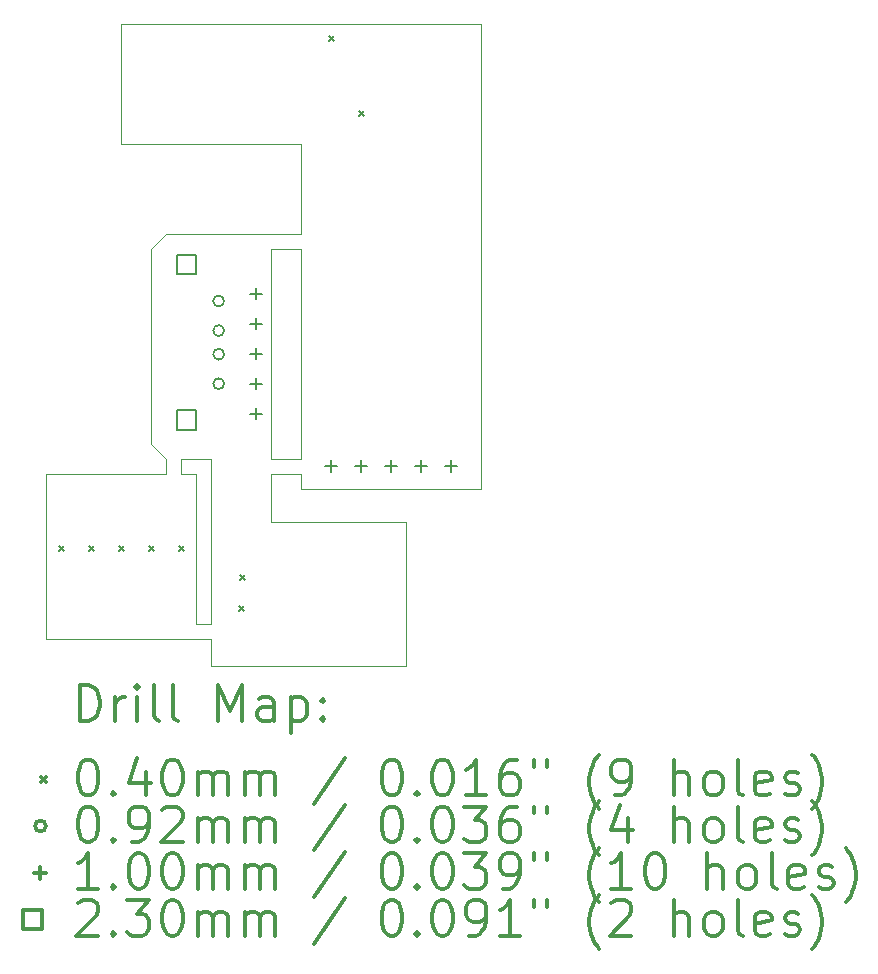
<source format=gbr>
%FSLAX45Y45*%
G04 Gerber Fmt 4.5, Leading zero omitted, Abs format (unit mm)*
G04 Created by KiCad (PCBNEW 5.1.4) date 2019-09-30 21:36:55*
%MOMM*%
%LPD*%
G04 APERTURE LIST*
%ADD10C,0.050000*%
%ADD11C,0.200000*%
%ADD12C,0.300000*%
G04 APERTURE END LIST*
D10*
X14732000Y-8382000D02*
X14732000Y-8509000D01*
X14732000Y-6477000D02*
X14732000Y-8255000D01*
X13970000Y-8255000D02*
X13716000Y-8255000D01*
X13970000Y-9652000D02*
X13970000Y-8255000D01*
X13843000Y-9652000D02*
X13970000Y-9652000D01*
X13843000Y-8382000D02*
X13843000Y-9652000D01*
X13716000Y-8382000D02*
X13843000Y-8382000D01*
X13716000Y-8255000D02*
X13716000Y-8382000D01*
X14478000Y-6477000D02*
X14732000Y-6477000D01*
X14478000Y-8255000D02*
X14478000Y-6477000D01*
X14478000Y-8255000D02*
X14732000Y-8255000D01*
X14478000Y-8382000D02*
X14732000Y-8382000D01*
X14478000Y-8788400D02*
X14478000Y-8382000D01*
X15621000Y-8788400D02*
X14478000Y-8788400D01*
X15621000Y-10007600D02*
X15621000Y-8788400D01*
X13970000Y-10007600D02*
X15621000Y-10007600D01*
X13970000Y-9779000D02*
X13970000Y-10007600D01*
X13843000Y-9779000D02*
X13970000Y-9779000D01*
X12573000Y-9779000D02*
X13843000Y-9779000D01*
X12573000Y-8382000D02*
X12573000Y-9779000D01*
X13589000Y-8382000D02*
X12573000Y-8382000D01*
X13589000Y-8255000D02*
X13589000Y-8382000D01*
X13462000Y-8128000D02*
X13589000Y-8255000D01*
X13462000Y-8001000D02*
X13462000Y-8128000D01*
X13462000Y-6477000D02*
X13462000Y-8001000D01*
X13589000Y-6350000D02*
X13462000Y-6477000D01*
X14732000Y-6350000D02*
X13589000Y-6350000D01*
X14732000Y-6350000D02*
X14732000Y-5588000D01*
X14732000Y-5588000D02*
X13208000Y-5588000D01*
X16256000Y-8509000D02*
X14732000Y-8509000D01*
X16256000Y-4572000D02*
X16256000Y-8509000D01*
X13208000Y-4572000D02*
X16256000Y-4572000D01*
X13208000Y-5588000D02*
X13208000Y-4572000D01*
D11*
X12680000Y-8997000D02*
X12720000Y-9037000D01*
X12720000Y-8997000D02*
X12680000Y-9037000D01*
X12934000Y-8997000D02*
X12974000Y-9037000D01*
X12974000Y-8997000D02*
X12934000Y-9037000D01*
X13188000Y-8997000D02*
X13228000Y-9037000D01*
X13228000Y-8997000D02*
X13188000Y-9037000D01*
X13442000Y-8997000D02*
X13482000Y-9037000D01*
X13482000Y-8997000D02*
X13442000Y-9037000D01*
X13696000Y-8997000D02*
X13736000Y-9037000D01*
X13736000Y-8997000D02*
X13696000Y-9037000D01*
X14204000Y-9505000D02*
X14244000Y-9545000D01*
X14244000Y-9505000D02*
X14204000Y-9545000D01*
X14213500Y-9241500D02*
X14253500Y-9281500D01*
X14253500Y-9241500D02*
X14213500Y-9281500D01*
X14966000Y-4679000D02*
X15006000Y-4719000D01*
X15006000Y-4679000D02*
X14966000Y-4719000D01*
X15220000Y-5314000D02*
X15260000Y-5354000D01*
X15260000Y-5314000D02*
X15220000Y-5354000D01*
X14079500Y-6921500D02*
G75*
G03X14079500Y-6921500I-46000J0D01*
G01*
X14079500Y-7171500D02*
G75*
G03X14079500Y-7171500I-46000J0D01*
G01*
X14079500Y-7371500D02*
G75*
G03X14079500Y-7371500I-46000J0D01*
G01*
X14079500Y-7621500D02*
G75*
G03X14079500Y-7621500I-46000J0D01*
G01*
X14351000Y-6808000D02*
X14351000Y-6908000D01*
X14301000Y-6858000D02*
X14401000Y-6858000D01*
X14351000Y-7062000D02*
X14351000Y-7162000D01*
X14301000Y-7112000D02*
X14401000Y-7112000D01*
X14351000Y-7316000D02*
X14351000Y-7416000D01*
X14301000Y-7366000D02*
X14401000Y-7366000D01*
X14351000Y-7570000D02*
X14351000Y-7670000D01*
X14301000Y-7620000D02*
X14401000Y-7620000D01*
X14351000Y-7824000D02*
X14351000Y-7924000D01*
X14301000Y-7874000D02*
X14401000Y-7874000D01*
X14986000Y-8268500D02*
X14986000Y-8368500D01*
X14936000Y-8318500D02*
X15036000Y-8318500D01*
X15240000Y-8268500D02*
X15240000Y-8368500D01*
X15190000Y-8318500D02*
X15290000Y-8318500D01*
X15494000Y-8268500D02*
X15494000Y-8368500D01*
X15444000Y-8318500D02*
X15544000Y-8318500D01*
X15748000Y-8268500D02*
X15748000Y-8368500D01*
X15698000Y-8318500D02*
X15798000Y-8318500D01*
X16002000Y-8268500D02*
X16002000Y-8368500D01*
X15952000Y-8318500D02*
X16052000Y-8318500D01*
X13843818Y-6695818D02*
X13843818Y-6533182D01*
X13681182Y-6533182D01*
X13681182Y-6695818D01*
X13843818Y-6695818D01*
X13843818Y-8009818D02*
X13843818Y-7847182D01*
X13681182Y-7847182D01*
X13681182Y-8009818D01*
X13843818Y-8009818D01*
D12*
X12856928Y-10475814D02*
X12856928Y-10175814D01*
X12928357Y-10175814D01*
X12971214Y-10190100D01*
X12999786Y-10218672D01*
X13014071Y-10247243D01*
X13028357Y-10304386D01*
X13028357Y-10347243D01*
X13014071Y-10404386D01*
X12999786Y-10432957D01*
X12971214Y-10461529D01*
X12928357Y-10475814D01*
X12856928Y-10475814D01*
X13156928Y-10475814D02*
X13156928Y-10275814D01*
X13156928Y-10332957D02*
X13171214Y-10304386D01*
X13185500Y-10290100D01*
X13214071Y-10275814D01*
X13242643Y-10275814D01*
X13342643Y-10475814D02*
X13342643Y-10275814D01*
X13342643Y-10175814D02*
X13328357Y-10190100D01*
X13342643Y-10204386D01*
X13356928Y-10190100D01*
X13342643Y-10175814D01*
X13342643Y-10204386D01*
X13528357Y-10475814D02*
X13499786Y-10461529D01*
X13485500Y-10432957D01*
X13485500Y-10175814D01*
X13685500Y-10475814D02*
X13656928Y-10461529D01*
X13642643Y-10432957D01*
X13642643Y-10175814D01*
X14028357Y-10475814D02*
X14028357Y-10175814D01*
X14128357Y-10390100D01*
X14228357Y-10175814D01*
X14228357Y-10475814D01*
X14499786Y-10475814D02*
X14499786Y-10318672D01*
X14485500Y-10290100D01*
X14456928Y-10275814D01*
X14399786Y-10275814D01*
X14371214Y-10290100D01*
X14499786Y-10461529D02*
X14471214Y-10475814D01*
X14399786Y-10475814D01*
X14371214Y-10461529D01*
X14356928Y-10432957D01*
X14356928Y-10404386D01*
X14371214Y-10375814D01*
X14399786Y-10361529D01*
X14471214Y-10361529D01*
X14499786Y-10347243D01*
X14642643Y-10275814D02*
X14642643Y-10575814D01*
X14642643Y-10290100D02*
X14671214Y-10275814D01*
X14728357Y-10275814D01*
X14756928Y-10290100D01*
X14771214Y-10304386D01*
X14785500Y-10332957D01*
X14785500Y-10418672D01*
X14771214Y-10447243D01*
X14756928Y-10461529D01*
X14728357Y-10475814D01*
X14671214Y-10475814D01*
X14642643Y-10461529D01*
X14914071Y-10447243D02*
X14928357Y-10461529D01*
X14914071Y-10475814D01*
X14899786Y-10461529D01*
X14914071Y-10447243D01*
X14914071Y-10475814D01*
X14914071Y-10290100D02*
X14928357Y-10304386D01*
X14914071Y-10318672D01*
X14899786Y-10304386D01*
X14914071Y-10290100D01*
X14914071Y-10318672D01*
X12530500Y-10950100D02*
X12570500Y-10990100D01*
X12570500Y-10950100D02*
X12530500Y-10990100D01*
X12914071Y-10805814D02*
X12942643Y-10805814D01*
X12971214Y-10820100D01*
X12985500Y-10834386D01*
X12999786Y-10862957D01*
X13014071Y-10920100D01*
X13014071Y-10991529D01*
X12999786Y-11048672D01*
X12985500Y-11077243D01*
X12971214Y-11091529D01*
X12942643Y-11105814D01*
X12914071Y-11105814D01*
X12885500Y-11091529D01*
X12871214Y-11077243D01*
X12856928Y-11048672D01*
X12842643Y-10991529D01*
X12842643Y-10920100D01*
X12856928Y-10862957D01*
X12871214Y-10834386D01*
X12885500Y-10820100D01*
X12914071Y-10805814D01*
X13142643Y-11077243D02*
X13156928Y-11091529D01*
X13142643Y-11105814D01*
X13128357Y-11091529D01*
X13142643Y-11077243D01*
X13142643Y-11105814D01*
X13414071Y-10905814D02*
X13414071Y-11105814D01*
X13342643Y-10791529D02*
X13271214Y-11005814D01*
X13456928Y-11005814D01*
X13628357Y-10805814D02*
X13656928Y-10805814D01*
X13685500Y-10820100D01*
X13699786Y-10834386D01*
X13714071Y-10862957D01*
X13728357Y-10920100D01*
X13728357Y-10991529D01*
X13714071Y-11048672D01*
X13699786Y-11077243D01*
X13685500Y-11091529D01*
X13656928Y-11105814D01*
X13628357Y-11105814D01*
X13599786Y-11091529D01*
X13585500Y-11077243D01*
X13571214Y-11048672D01*
X13556928Y-10991529D01*
X13556928Y-10920100D01*
X13571214Y-10862957D01*
X13585500Y-10834386D01*
X13599786Y-10820100D01*
X13628357Y-10805814D01*
X13856928Y-11105814D02*
X13856928Y-10905814D01*
X13856928Y-10934386D02*
X13871214Y-10920100D01*
X13899786Y-10905814D01*
X13942643Y-10905814D01*
X13971214Y-10920100D01*
X13985500Y-10948672D01*
X13985500Y-11105814D01*
X13985500Y-10948672D02*
X13999786Y-10920100D01*
X14028357Y-10905814D01*
X14071214Y-10905814D01*
X14099786Y-10920100D01*
X14114071Y-10948672D01*
X14114071Y-11105814D01*
X14256928Y-11105814D02*
X14256928Y-10905814D01*
X14256928Y-10934386D02*
X14271214Y-10920100D01*
X14299786Y-10905814D01*
X14342643Y-10905814D01*
X14371214Y-10920100D01*
X14385500Y-10948672D01*
X14385500Y-11105814D01*
X14385500Y-10948672D02*
X14399786Y-10920100D01*
X14428357Y-10905814D01*
X14471214Y-10905814D01*
X14499786Y-10920100D01*
X14514071Y-10948672D01*
X14514071Y-11105814D01*
X15099786Y-10791529D02*
X14842643Y-11177243D01*
X15485500Y-10805814D02*
X15514071Y-10805814D01*
X15542643Y-10820100D01*
X15556928Y-10834386D01*
X15571214Y-10862957D01*
X15585500Y-10920100D01*
X15585500Y-10991529D01*
X15571214Y-11048672D01*
X15556928Y-11077243D01*
X15542643Y-11091529D01*
X15514071Y-11105814D01*
X15485500Y-11105814D01*
X15456928Y-11091529D01*
X15442643Y-11077243D01*
X15428357Y-11048672D01*
X15414071Y-10991529D01*
X15414071Y-10920100D01*
X15428357Y-10862957D01*
X15442643Y-10834386D01*
X15456928Y-10820100D01*
X15485500Y-10805814D01*
X15714071Y-11077243D02*
X15728357Y-11091529D01*
X15714071Y-11105814D01*
X15699786Y-11091529D01*
X15714071Y-11077243D01*
X15714071Y-11105814D01*
X15914071Y-10805814D02*
X15942643Y-10805814D01*
X15971214Y-10820100D01*
X15985500Y-10834386D01*
X15999786Y-10862957D01*
X16014071Y-10920100D01*
X16014071Y-10991529D01*
X15999786Y-11048672D01*
X15985500Y-11077243D01*
X15971214Y-11091529D01*
X15942643Y-11105814D01*
X15914071Y-11105814D01*
X15885500Y-11091529D01*
X15871214Y-11077243D01*
X15856928Y-11048672D01*
X15842643Y-10991529D01*
X15842643Y-10920100D01*
X15856928Y-10862957D01*
X15871214Y-10834386D01*
X15885500Y-10820100D01*
X15914071Y-10805814D01*
X16299786Y-11105814D02*
X16128357Y-11105814D01*
X16214071Y-11105814D02*
X16214071Y-10805814D01*
X16185500Y-10848672D01*
X16156928Y-10877243D01*
X16128357Y-10891529D01*
X16556928Y-10805814D02*
X16499786Y-10805814D01*
X16471214Y-10820100D01*
X16456928Y-10834386D01*
X16428357Y-10877243D01*
X16414071Y-10934386D01*
X16414071Y-11048672D01*
X16428357Y-11077243D01*
X16442643Y-11091529D01*
X16471214Y-11105814D01*
X16528357Y-11105814D01*
X16556928Y-11091529D01*
X16571214Y-11077243D01*
X16585500Y-11048672D01*
X16585500Y-10977243D01*
X16571214Y-10948672D01*
X16556928Y-10934386D01*
X16528357Y-10920100D01*
X16471214Y-10920100D01*
X16442643Y-10934386D01*
X16428357Y-10948672D01*
X16414071Y-10977243D01*
X16699786Y-10805814D02*
X16699786Y-10862957D01*
X16814071Y-10805814D02*
X16814071Y-10862957D01*
X17256928Y-11220100D02*
X17242643Y-11205814D01*
X17214071Y-11162957D01*
X17199786Y-11134386D01*
X17185500Y-11091529D01*
X17171214Y-11020100D01*
X17171214Y-10962957D01*
X17185500Y-10891529D01*
X17199786Y-10848672D01*
X17214071Y-10820100D01*
X17242643Y-10777243D01*
X17256928Y-10762957D01*
X17385500Y-11105814D02*
X17442643Y-11105814D01*
X17471214Y-11091529D01*
X17485500Y-11077243D01*
X17514071Y-11034386D01*
X17528357Y-10977243D01*
X17528357Y-10862957D01*
X17514071Y-10834386D01*
X17499786Y-10820100D01*
X17471214Y-10805814D01*
X17414071Y-10805814D01*
X17385500Y-10820100D01*
X17371214Y-10834386D01*
X17356928Y-10862957D01*
X17356928Y-10934386D01*
X17371214Y-10962957D01*
X17385500Y-10977243D01*
X17414071Y-10991529D01*
X17471214Y-10991529D01*
X17499786Y-10977243D01*
X17514071Y-10962957D01*
X17528357Y-10934386D01*
X17885500Y-11105814D02*
X17885500Y-10805814D01*
X18014071Y-11105814D02*
X18014071Y-10948672D01*
X17999786Y-10920100D01*
X17971214Y-10905814D01*
X17928357Y-10905814D01*
X17899786Y-10920100D01*
X17885500Y-10934386D01*
X18199786Y-11105814D02*
X18171214Y-11091529D01*
X18156928Y-11077243D01*
X18142643Y-11048672D01*
X18142643Y-10962957D01*
X18156928Y-10934386D01*
X18171214Y-10920100D01*
X18199786Y-10905814D01*
X18242643Y-10905814D01*
X18271214Y-10920100D01*
X18285500Y-10934386D01*
X18299786Y-10962957D01*
X18299786Y-11048672D01*
X18285500Y-11077243D01*
X18271214Y-11091529D01*
X18242643Y-11105814D01*
X18199786Y-11105814D01*
X18471214Y-11105814D02*
X18442643Y-11091529D01*
X18428357Y-11062957D01*
X18428357Y-10805814D01*
X18699786Y-11091529D02*
X18671214Y-11105814D01*
X18614071Y-11105814D01*
X18585500Y-11091529D01*
X18571214Y-11062957D01*
X18571214Y-10948672D01*
X18585500Y-10920100D01*
X18614071Y-10905814D01*
X18671214Y-10905814D01*
X18699786Y-10920100D01*
X18714071Y-10948672D01*
X18714071Y-10977243D01*
X18571214Y-11005814D01*
X18828357Y-11091529D02*
X18856928Y-11105814D01*
X18914071Y-11105814D01*
X18942643Y-11091529D01*
X18956928Y-11062957D01*
X18956928Y-11048672D01*
X18942643Y-11020100D01*
X18914071Y-11005814D01*
X18871214Y-11005814D01*
X18842643Y-10991529D01*
X18828357Y-10962957D01*
X18828357Y-10948672D01*
X18842643Y-10920100D01*
X18871214Y-10905814D01*
X18914071Y-10905814D01*
X18942643Y-10920100D01*
X19056928Y-11220100D02*
X19071214Y-11205814D01*
X19099786Y-11162957D01*
X19114071Y-11134386D01*
X19128357Y-11091529D01*
X19142643Y-11020100D01*
X19142643Y-10962957D01*
X19128357Y-10891529D01*
X19114071Y-10848672D01*
X19099786Y-10820100D01*
X19071214Y-10777243D01*
X19056928Y-10762957D01*
X12570500Y-11366100D02*
G75*
G03X12570500Y-11366100I-46000J0D01*
G01*
X12914071Y-11201814D02*
X12942643Y-11201814D01*
X12971214Y-11216100D01*
X12985500Y-11230386D01*
X12999786Y-11258957D01*
X13014071Y-11316100D01*
X13014071Y-11387529D01*
X12999786Y-11444671D01*
X12985500Y-11473243D01*
X12971214Y-11487529D01*
X12942643Y-11501814D01*
X12914071Y-11501814D01*
X12885500Y-11487529D01*
X12871214Y-11473243D01*
X12856928Y-11444671D01*
X12842643Y-11387529D01*
X12842643Y-11316100D01*
X12856928Y-11258957D01*
X12871214Y-11230386D01*
X12885500Y-11216100D01*
X12914071Y-11201814D01*
X13142643Y-11473243D02*
X13156928Y-11487529D01*
X13142643Y-11501814D01*
X13128357Y-11487529D01*
X13142643Y-11473243D01*
X13142643Y-11501814D01*
X13299786Y-11501814D02*
X13356928Y-11501814D01*
X13385500Y-11487529D01*
X13399786Y-11473243D01*
X13428357Y-11430386D01*
X13442643Y-11373243D01*
X13442643Y-11258957D01*
X13428357Y-11230386D01*
X13414071Y-11216100D01*
X13385500Y-11201814D01*
X13328357Y-11201814D01*
X13299786Y-11216100D01*
X13285500Y-11230386D01*
X13271214Y-11258957D01*
X13271214Y-11330386D01*
X13285500Y-11358957D01*
X13299786Y-11373243D01*
X13328357Y-11387529D01*
X13385500Y-11387529D01*
X13414071Y-11373243D01*
X13428357Y-11358957D01*
X13442643Y-11330386D01*
X13556928Y-11230386D02*
X13571214Y-11216100D01*
X13599786Y-11201814D01*
X13671214Y-11201814D01*
X13699786Y-11216100D01*
X13714071Y-11230386D01*
X13728357Y-11258957D01*
X13728357Y-11287529D01*
X13714071Y-11330386D01*
X13542643Y-11501814D01*
X13728357Y-11501814D01*
X13856928Y-11501814D02*
X13856928Y-11301814D01*
X13856928Y-11330386D02*
X13871214Y-11316100D01*
X13899786Y-11301814D01*
X13942643Y-11301814D01*
X13971214Y-11316100D01*
X13985500Y-11344671D01*
X13985500Y-11501814D01*
X13985500Y-11344671D02*
X13999786Y-11316100D01*
X14028357Y-11301814D01*
X14071214Y-11301814D01*
X14099786Y-11316100D01*
X14114071Y-11344671D01*
X14114071Y-11501814D01*
X14256928Y-11501814D02*
X14256928Y-11301814D01*
X14256928Y-11330386D02*
X14271214Y-11316100D01*
X14299786Y-11301814D01*
X14342643Y-11301814D01*
X14371214Y-11316100D01*
X14385500Y-11344671D01*
X14385500Y-11501814D01*
X14385500Y-11344671D02*
X14399786Y-11316100D01*
X14428357Y-11301814D01*
X14471214Y-11301814D01*
X14499786Y-11316100D01*
X14514071Y-11344671D01*
X14514071Y-11501814D01*
X15099786Y-11187529D02*
X14842643Y-11573243D01*
X15485500Y-11201814D02*
X15514071Y-11201814D01*
X15542643Y-11216100D01*
X15556928Y-11230386D01*
X15571214Y-11258957D01*
X15585500Y-11316100D01*
X15585500Y-11387529D01*
X15571214Y-11444671D01*
X15556928Y-11473243D01*
X15542643Y-11487529D01*
X15514071Y-11501814D01*
X15485500Y-11501814D01*
X15456928Y-11487529D01*
X15442643Y-11473243D01*
X15428357Y-11444671D01*
X15414071Y-11387529D01*
X15414071Y-11316100D01*
X15428357Y-11258957D01*
X15442643Y-11230386D01*
X15456928Y-11216100D01*
X15485500Y-11201814D01*
X15714071Y-11473243D02*
X15728357Y-11487529D01*
X15714071Y-11501814D01*
X15699786Y-11487529D01*
X15714071Y-11473243D01*
X15714071Y-11501814D01*
X15914071Y-11201814D02*
X15942643Y-11201814D01*
X15971214Y-11216100D01*
X15985500Y-11230386D01*
X15999786Y-11258957D01*
X16014071Y-11316100D01*
X16014071Y-11387529D01*
X15999786Y-11444671D01*
X15985500Y-11473243D01*
X15971214Y-11487529D01*
X15942643Y-11501814D01*
X15914071Y-11501814D01*
X15885500Y-11487529D01*
X15871214Y-11473243D01*
X15856928Y-11444671D01*
X15842643Y-11387529D01*
X15842643Y-11316100D01*
X15856928Y-11258957D01*
X15871214Y-11230386D01*
X15885500Y-11216100D01*
X15914071Y-11201814D01*
X16114071Y-11201814D02*
X16299786Y-11201814D01*
X16199786Y-11316100D01*
X16242643Y-11316100D01*
X16271214Y-11330386D01*
X16285500Y-11344671D01*
X16299786Y-11373243D01*
X16299786Y-11444671D01*
X16285500Y-11473243D01*
X16271214Y-11487529D01*
X16242643Y-11501814D01*
X16156928Y-11501814D01*
X16128357Y-11487529D01*
X16114071Y-11473243D01*
X16556928Y-11201814D02*
X16499786Y-11201814D01*
X16471214Y-11216100D01*
X16456928Y-11230386D01*
X16428357Y-11273243D01*
X16414071Y-11330386D01*
X16414071Y-11444671D01*
X16428357Y-11473243D01*
X16442643Y-11487529D01*
X16471214Y-11501814D01*
X16528357Y-11501814D01*
X16556928Y-11487529D01*
X16571214Y-11473243D01*
X16585500Y-11444671D01*
X16585500Y-11373243D01*
X16571214Y-11344671D01*
X16556928Y-11330386D01*
X16528357Y-11316100D01*
X16471214Y-11316100D01*
X16442643Y-11330386D01*
X16428357Y-11344671D01*
X16414071Y-11373243D01*
X16699786Y-11201814D02*
X16699786Y-11258957D01*
X16814071Y-11201814D02*
X16814071Y-11258957D01*
X17256928Y-11616100D02*
X17242643Y-11601814D01*
X17214071Y-11558957D01*
X17199786Y-11530386D01*
X17185500Y-11487529D01*
X17171214Y-11416100D01*
X17171214Y-11358957D01*
X17185500Y-11287529D01*
X17199786Y-11244671D01*
X17214071Y-11216100D01*
X17242643Y-11173243D01*
X17256928Y-11158957D01*
X17499786Y-11301814D02*
X17499786Y-11501814D01*
X17428357Y-11187529D02*
X17356928Y-11401814D01*
X17542643Y-11401814D01*
X17885500Y-11501814D02*
X17885500Y-11201814D01*
X18014071Y-11501814D02*
X18014071Y-11344671D01*
X17999786Y-11316100D01*
X17971214Y-11301814D01*
X17928357Y-11301814D01*
X17899786Y-11316100D01*
X17885500Y-11330386D01*
X18199786Y-11501814D02*
X18171214Y-11487529D01*
X18156928Y-11473243D01*
X18142643Y-11444671D01*
X18142643Y-11358957D01*
X18156928Y-11330386D01*
X18171214Y-11316100D01*
X18199786Y-11301814D01*
X18242643Y-11301814D01*
X18271214Y-11316100D01*
X18285500Y-11330386D01*
X18299786Y-11358957D01*
X18299786Y-11444671D01*
X18285500Y-11473243D01*
X18271214Y-11487529D01*
X18242643Y-11501814D01*
X18199786Y-11501814D01*
X18471214Y-11501814D02*
X18442643Y-11487529D01*
X18428357Y-11458957D01*
X18428357Y-11201814D01*
X18699786Y-11487529D02*
X18671214Y-11501814D01*
X18614071Y-11501814D01*
X18585500Y-11487529D01*
X18571214Y-11458957D01*
X18571214Y-11344671D01*
X18585500Y-11316100D01*
X18614071Y-11301814D01*
X18671214Y-11301814D01*
X18699786Y-11316100D01*
X18714071Y-11344671D01*
X18714071Y-11373243D01*
X18571214Y-11401814D01*
X18828357Y-11487529D02*
X18856928Y-11501814D01*
X18914071Y-11501814D01*
X18942643Y-11487529D01*
X18956928Y-11458957D01*
X18956928Y-11444671D01*
X18942643Y-11416100D01*
X18914071Y-11401814D01*
X18871214Y-11401814D01*
X18842643Y-11387529D01*
X18828357Y-11358957D01*
X18828357Y-11344671D01*
X18842643Y-11316100D01*
X18871214Y-11301814D01*
X18914071Y-11301814D01*
X18942643Y-11316100D01*
X19056928Y-11616100D02*
X19071214Y-11601814D01*
X19099786Y-11558957D01*
X19114071Y-11530386D01*
X19128357Y-11487529D01*
X19142643Y-11416100D01*
X19142643Y-11358957D01*
X19128357Y-11287529D01*
X19114071Y-11244671D01*
X19099786Y-11216100D01*
X19071214Y-11173243D01*
X19056928Y-11158957D01*
X12520500Y-11712100D02*
X12520500Y-11812100D01*
X12470500Y-11762100D02*
X12570500Y-11762100D01*
X13014071Y-11897814D02*
X12842643Y-11897814D01*
X12928357Y-11897814D02*
X12928357Y-11597814D01*
X12899786Y-11640671D01*
X12871214Y-11669243D01*
X12842643Y-11683529D01*
X13142643Y-11869243D02*
X13156928Y-11883529D01*
X13142643Y-11897814D01*
X13128357Y-11883529D01*
X13142643Y-11869243D01*
X13142643Y-11897814D01*
X13342643Y-11597814D02*
X13371214Y-11597814D01*
X13399786Y-11612100D01*
X13414071Y-11626386D01*
X13428357Y-11654957D01*
X13442643Y-11712100D01*
X13442643Y-11783529D01*
X13428357Y-11840671D01*
X13414071Y-11869243D01*
X13399786Y-11883529D01*
X13371214Y-11897814D01*
X13342643Y-11897814D01*
X13314071Y-11883529D01*
X13299786Y-11869243D01*
X13285500Y-11840671D01*
X13271214Y-11783529D01*
X13271214Y-11712100D01*
X13285500Y-11654957D01*
X13299786Y-11626386D01*
X13314071Y-11612100D01*
X13342643Y-11597814D01*
X13628357Y-11597814D02*
X13656928Y-11597814D01*
X13685500Y-11612100D01*
X13699786Y-11626386D01*
X13714071Y-11654957D01*
X13728357Y-11712100D01*
X13728357Y-11783529D01*
X13714071Y-11840671D01*
X13699786Y-11869243D01*
X13685500Y-11883529D01*
X13656928Y-11897814D01*
X13628357Y-11897814D01*
X13599786Y-11883529D01*
X13585500Y-11869243D01*
X13571214Y-11840671D01*
X13556928Y-11783529D01*
X13556928Y-11712100D01*
X13571214Y-11654957D01*
X13585500Y-11626386D01*
X13599786Y-11612100D01*
X13628357Y-11597814D01*
X13856928Y-11897814D02*
X13856928Y-11697814D01*
X13856928Y-11726386D02*
X13871214Y-11712100D01*
X13899786Y-11697814D01*
X13942643Y-11697814D01*
X13971214Y-11712100D01*
X13985500Y-11740671D01*
X13985500Y-11897814D01*
X13985500Y-11740671D02*
X13999786Y-11712100D01*
X14028357Y-11697814D01*
X14071214Y-11697814D01*
X14099786Y-11712100D01*
X14114071Y-11740671D01*
X14114071Y-11897814D01*
X14256928Y-11897814D02*
X14256928Y-11697814D01*
X14256928Y-11726386D02*
X14271214Y-11712100D01*
X14299786Y-11697814D01*
X14342643Y-11697814D01*
X14371214Y-11712100D01*
X14385500Y-11740671D01*
X14385500Y-11897814D01*
X14385500Y-11740671D02*
X14399786Y-11712100D01*
X14428357Y-11697814D01*
X14471214Y-11697814D01*
X14499786Y-11712100D01*
X14514071Y-11740671D01*
X14514071Y-11897814D01*
X15099786Y-11583529D02*
X14842643Y-11969243D01*
X15485500Y-11597814D02*
X15514071Y-11597814D01*
X15542643Y-11612100D01*
X15556928Y-11626386D01*
X15571214Y-11654957D01*
X15585500Y-11712100D01*
X15585500Y-11783529D01*
X15571214Y-11840671D01*
X15556928Y-11869243D01*
X15542643Y-11883529D01*
X15514071Y-11897814D01*
X15485500Y-11897814D01*
X15456928Y-11883529D01*
X15442643Y-11869243D01*
X15428357Y-11840671D01*
X15414071Y-11783529D01*
X15414071Y-11712100D01*
X15428357Y-11654957D01*
X15442643Y-11626386D01*
X15456928Y-11612100D01*
X15485500Y-11597814D01*
X15714071Y-11869243D02*
X15728357Y-11883529D01*
X15714071Y-11897814D01*
X15699786Y-11883529D01*
X15714071Y-11869243D01*
X15714071Y-11897814D01*
X15914071Y-11597814D02*
X15942643Y-11597814D01*
X15971214Y-11612100D01*
X15985500Y-11626386D01*
X15999786Y-11654957D01*
X16014071Y-11712100D01*
X16014071Y-11783529D01*
X15999786Y-11840671D01*
X15985500Y-11869243D01*
X15971214Y-11883529D01*
X15942643Y-11897814D01*
X15914071Y-11897814D01*
X15885500Y-11883529D01*
X15871214Y-11869243D01*
X15856928Y-11840671D01*
X15842643Y-11783529D01*
X15842643Y-11712100D01*
X15856928Y-11654957D01*
X15871214Y-11626386D01*
X15885500Y-11612100D01*
X15914071Y-11597814D01*
X16114071Y-11597814D02*
X16299786Y-11597814D01*
X16199786Y-11712100D01*
X16242643Y-11712100D01*
X16271214Y-11726386D01*
X16285500Y-11740671D01*
X16299786Y-11769243D01*
X16299786Y-11840671D01*
X16285500Y-11869243D01*
X16271214Y-11883529D01*
X16242643Y-11897814D01*
X16156928Y-11897814D01*
X16128357Y-11883529D01*
X16114071Y-11869243D01*
X16442643Y-11897814D02*
X16499786Y-11897814D01*
X16528357Y-11883529D01*
X16542643Y-11869243D01*
X16571214Y-11826386D01*
X16585500Y-11769243D01*
X16585500Y-11654957D01*
X16571214Y-11626386D01*
X16556928Y-11612100D01*
X16528357Y-11597814D01*
X16471214Y-11597814D01*
X16442643Y-11612100D01*
X16428357Y-11626386D01*
X16414071Y-11654957D01*
X16414071Y-11726386D01*
X16428357Y-11754957D01*
X16442643Y-11769243D01*
X16471214Y-11783529D01*
X16528357Y-11783529D01*
X16556928Y-11769243D01*
X16571214Y-11754957D01*
X16585500Y-11726386D01*
X16699786Y-11597814D02*
X16699786Y-11654957D01*
X16814071Y-11597814D02*
X16814071Y-11654957D01*
X17256928Y-12012100D02*
X17242643Y-11997814D01*
X17214071Y-11954957D01*
X17199786Y-11926386D01*
X17185500Y-11883529D01*
X17171214Y-11812100D01*
X17171214Y-11754957D01*
X17185500Y-11683529D01*
X17199786Y-11640671D01*
X17214071Y-11612100D01*
X17242643Y-11569243D01*
X17256928Y-11554957D01*
X17528357Y-11897814D02*
X17356928Y-11897814D01*
X17442643Y-11897814D02*
X17442643Y-11597814D01*
X17414071Y-11640671D01*
X17385500Y-11669243D01*
X17356928Y-11683529D01*
X17714071Y-11597814D02*
X17742643Y-11597814D01*
X17771214Y-11612100D01*
X17785500Y-11626386D01*
X17799786Y-11654957D01*
X17814071Y-11712100D01*
X17814071Y-11783529D01*
X17799786Y-11840671D01*
X17785500Y-11869243D01*
X17771214Y-11883529D01*
X17742643Y-11897814D01*
X17714071Y-11897814D01*
X17685500Y-11883529D01*
X17671214Y-11869243D01*
X17656928Y-11840671D01*
X17642643Y-11783529D01*
X17642643Y-11712100D01*
X17656928Y-11654957D01*
X17671214Y-11626386D01*
X17685500Y-11612100D01*
X17714071Y-11597814D01*
X18171214Y-11897814D02*
X18171214Y-11597814D01*
X18299786Y-11897814D02*
X18299786Y-11740671D01*
X18285500Y-11712100D01*
X18256928Y-11697814D01*
X18214071Y-11697814D01*
X18185500Y-11712100D01*
X18171214Y-11726386D01*
X18485500Y-11897814D02*
X18456928Y-11883529D01*
X18442643Y-11869243D01*
X18428357Y-11840671D01*
X18428357Y-11754957D01*
X18442643Y-11726386D01*
X18456928Y-11712100D01*
X18485500Y-11697814D01*
X18528357Y-11697814D01*
X18556928Y-11712100D01*
X18571214Y-11726386D01*
X18585500Y-11754957D01*
X18585500Y-11840671D01*
X18571214Y-11869243D01*
X18556928Y-11883529D01*
X18528357Y-11897814D01*
X18485500Y-11897814D01*
X18756928Y-11897814D02*
X18728357Y-11883529D01*
X18714071Y-11854957D01*
X18714071Y-11597814D01*
X18985500Y-11883529D02*
X18956928Y-11897814D01*
X18899786Y-11897814D01*
X18871214Y-11883529D01*
X18856928Y-11854957D01*
X18856928Y-11740671D01*
X18871214Y-11712100D01*
X18899786Y-11697814D01*
X18956928Y-11697814D01*
X18985500Y-11712100D01*
X18999786Y-11740671D01*
X18999786Y-11769243D01*
X18856928Y-11797814D01*
X19114071Y-11883529D02*
X19142643Y-11897814D01*
X19199786Y-11897814D01*
X19228357Y-11883529D01*
X19242643Y-11854957D01*
X19242643Y-11840671D01*
X19228357Y-11812100D01*
X19199786Y-11797814D01*
X19156928Y-11797814D01*
X19128357Y-11783529D01*
X19114071Y-11754957D01*
X19114071Y-11740671D01*
X19128357Y-11712100D01*
X19156928Y-11697814D01*
X19199786Y-11697814D01*
X19228357Y-11712100D01*
X19342643Y-12012100D02*
X19356928Y-11997814D01*
X19385500Y-11954957D01*
X19399786Y-11926386D01*
X19414071Y-11883529D01*
X19428357Y-11812100D01*
X19428357Y-11754957D01*
X19414071Y-11683529D01*
X19399786Y-11640671D01*
X19385500Y-11612100D01*
X19356928Y-11569243D01*
X19342643Y-11554957D01*
X12536818Y-12239418D02*
X12536818Y-12076782D01*
X12374182Y-12076782D01*
X12374182Y-12239418D01*
X12536818Y-12239418D01*
X12842643Y-12022386D02*
X12856928Y-12008100D01*
X12885500Y-11993814D01*
X12956928Y-11993814D01*
X12985500Y-12008100D01*
X12999786Y-12022386D01*
X13014071Y-12050957D01*
X13014071Y-12079529D01*
X12999786Y-12122386D01*
X12828357Y-12293814D01*
X13014071Y-12293814D01*
X13142643Y-12265243D02*
X13156928Y-12279529D01*
X13142643Y-12293814D01*
X13128357Y-12279529D01*
X13142643Y-12265243D01*
X13142643Y-12293814D01*
X13256928Y-11993814D02*
X13442643Y-11993814D01*
X13342643Y-12108100D01*
X13385500Y-12108100D01*
X13414071Y-12122386D01*
X13428357Y-12136671D01*
X13442643Y-12165243D01*
X13442643Y-12236671D01*
X13428357Y-12265243D01*
X13414071Y-12279529D01*
X13385500Y-12293814D01*
X13299786Y-12293814D01*
X13271214Y-12279529D01*
X13256928Y-12265243D01*
X13628357Y-11993814D02*
X13656928Y-11993814D01*
X13685500Y-12008100D01*
X13699786Y-12022386D01*
X13714071Y-12050957D01*
X13728357Y-12108100D01*
X13728357Y-12179529D01*
X13714071Y-12236671D01*
X13699786Y-12265243D01*
X13685500Y-12279529D01*
X13656928Y-12293814D01*
X13628357Y-12293814D01*
X13599786Y-12279529D01*
X13585500Y-12265243D01*
X13571214Y-12236671D01*
X13556928Y-12179529D01*
X13556928Y-12108100D01*
X13571214Y-12050957D01*
X13585500Y-12022386D01*
X13599786Y-12008100D01*
X13628357Y-11993814D01*
X13856928Y-12293814D02*
X13856928Y-12093814D01*
X13856928Y-12122386D02*
X13871214Y-12108100D01*
X13899786Y-12093814D01*
X13942643Y-12093814D01*
X13971214Y-12108100D01*
X13985500Y-12136671D01*
X13985500Y-12293814D01*
X13985500Y-12136671D02*
X13999786Y-12108100D01*
X14028357Y-12093814D01*
X14071214Y-12093814D01*
X14099786Y-12108100D01*
X14114071Y-12136671D01*
X14114071Y-12293814D01*
X14256928Y-12293814D02*
X14256928Y-12093814D01*
X14256928Y-12122386D02*
X14271214Y-12108100D01*
X14299786Y-12093814D01*
X14342643Y-12093814D01*
X14371214Y-12108100D01*
X14385500Y-12136671D01*
X14385500Y-12293814D01*
X14385500Y-12136671D02*
X14399786Y-12108100D01*
X14428357Y-12093814D01*
X14471214Y-12093814D01*
X14499786Y-12108100D01*
X14514071Y-12136671D01*
X14514071Y-12293814D01*
X15099786Y-11979529D02*
X14842643Y-12365243D01*
X15485500Y-11993814D02*
X15514071Y-11993814D01*
X15542643Y-12008100D01*
X15556928Y-12022386D01*
X15571214Y-12050957D01*
X15585500Y-12108100D01*
X15585500Y-12179529D01*
X15571214Y-12236671D01*
X15556928Y-12265243D01*
X15542643Y-12279529D01*
X15514071Y-12293814D01*
X15485500Y-12293814D01*
X15456928Y-12279529D01*
X15442643Y-12265243D01*
X15428357Y-12236671D01*
X15414071Y-12179529D01*
X15414071Y-12108100D01*
X15428357Y-12050957D01*
X15442643Y-12022386D01*
X15456928Y-12008100D01*
X15485500Y-11993814D01*
X15714071Y-12265243D02*
X15728357Y-12279529D01*
X15714071Y-12293814D01*
X15699786Y-12279529D01*
X15714071Y-12265243D01*
X15714071Y-12293814D01*
X15914071Y-11993814D02*
X15942643Y-11993814D01*
X15971214Y-12008100D01*
X15985500Y-12022386D01*
X15999786Y-12050957D01*
X16014071Y-12108100D01*
X16014071Y-12179529D01*
X15999786Y-12236671D01*
X15985500Y-12265243D01*
X15971214Y-12279529D01*
X15942643Y-12293814D01*
X15914071Y-12293814D01*
X15885500Y-12279529D01*
X15871214Y-12265243D01*
X15856928Y-12236671D01*
X15842643Y-12179529D01*
X15842643Y-12108100D01*
X15856928Y-12050957D01*
X15871214Y-12022386D01*
X15885500Y-12008100D01*
X15914071Y-11993814D01*
X16156928Y-12293814D02*
X16214071Y-12293814D01*
X16242643Y-12279529D01*
X16256928Y-12265243D01*
X16285500Y-12222386D01*
X16299786Y-12165243D01*
X16299786Y-12050957D01*
X16285500Y-12022386D01*
X16271214Y-12008100D01*
X16242643Y-11993814D01*
X16185500Y-11993814D01*
X16156928Y-12008100D01*
X16142643Y-12022386D01*
X16128357Y-12050957D01*
X16128357Y-12122386D01*
X16142643Y-12150957D01*
X16156928Y-12165243D01*
X16185500Y-12179529D01*
X16242643Y-12179529D01*
X16271214Y-12165243D01*
X16285500Y-12150957D01*
X16299786Y-12122386D01*
X16585500Y-12293814D02*
X16414071Y-12293814D01*
X16499786Y-12293814D02*
X16499786Y-11993814D01*
X16471214Y-12036671D01*
X16442643Y-12065243D01*
X16414071Y-12079529D01*
X16699786Y-11993814D02*
X16699786Y-12050957D01*
X16814071Y-11993814D02*
X16814071Y-12050957D01*
X17256928Y-12408100D02*
X17242643Y-12393814D01*
X17214071Y-12350957D01*
X17199786Y-12322386D01*
X17185500Y-12279529D01*
X17171214Y-12208100D01*
X17171214Y-12150957D01*
X17185500Y-12079529D01*
X17199786Y-12036671D01*
X17214071Y-12008100D01*
X17242643Y-11965243D01*
X17256928Y-11950957D01*
X17356928Y-12022386D02*
X17371214Y-12008100D01*
X17399786Y-11993814D01*
X17471214Y-11993814D01*
X17499786Y-12008100D01*
X17514071Y-12022386D01*
X17528357Y-12050957D01*
X17528357Y-12079529D01*
X17514071Y-12122386D01*
X17342643Y-12293814D01*
X17528357Y-12293814D01*
X17885500Y-12293814D02*
X17885500Y-11993814D01*
X18014071Y-12293814D02*
X18014071Y-12136671D01*
X17999786Y-12108100D01*
X17971214Y-12093814D01*
X17928357Y-12093814D01*
X17899786Y-12108100D01*
X17885500Y-12122386D01*
X18199786Y-12293814D02*
X18171214Y-12279529D01*
X18156928Y-12265243D01*
X18142643Y-12236671D01*
X18142643Y-12150957D01*
X18156928Y-12122386D01*
X18171214Y-12108100D01*
X18199786Y-12093814D01*
X18242643Y-12093814D01*
X18271214Y-12108100D01*
X18285500Y-12122386D01*
X18299786Y-12150957D01*
X18299786Y-12236671D01*
X18285500Y-12265243D01*
X18271214Y-12279529D01*
X18242643Y-12293814D01*
X18199786Y-12293814D01*
X18471214Y-12293814D02*
X18442643Y-12279529D01*
X18428357Y-12250957D01*
X18428357Y-11993814D01*
X18699786Y-12279529D02*
X18671214Y-12293814D01*
X18614071Y-12293814D01*
X18585500Y-12279529D01*
X18571214Y-12250957D01*
X18571214Y-12136671D01*
X18585500Y-12108100D01*
X18614071Y-12093814D01*
X18671214Y-12093814D01*
X18699786Y-12108100D01*
X18714071Y-12136671D01*
X18714071Y-12165243D01*
X18571214Y-12193814D01*
X18828357Y-12279529D02*
X18856928Y-12293814D01*
X18914071Y-12293814D01*
X18942643Y-12279529D01*
X18956928Y-12250957D01*
X18956928Y-12236671D01*
X18942643Y-12208100D01*
X18914071Y-12193814D01*
X18871214Y-12193814D01*
X18842643Y-12179529D01*
X18828357Y-12150957D01*
X18828357Y-12136671D01*
X18842643Y-12108100D01*
X18871214Y-12093814D01*
X18914071Y-12093814D01*
X18942643Y-12108100D01*
X19056928Y-12408100D02*
X19071214Y-12393814D01*
X19099786Y-12350957D01*
X19114071Y-12322386D01*
X19128357Y-12279529D01*
X19142643Y-12208100D01*
X19142643Y-12150957D01*
X19128357Y-12079529D01*
X19114071Y-12036671D01*
X19099786Y-12008100D01*
X19071214Y-11965243D01*
X19056928Y-11950957D01*
M02*

</source>
